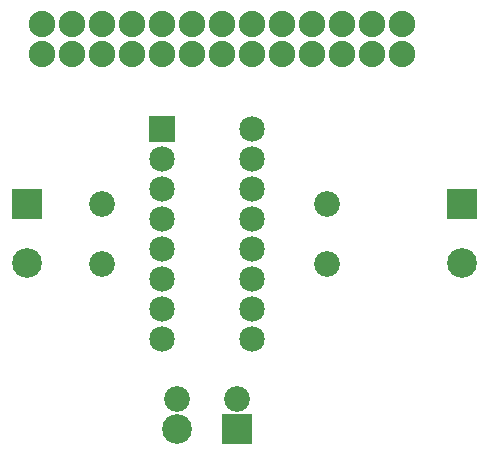
<source format=gts>
G04 MADE WITH FRITZING*
G04 WWW.FRITZING.ORG*
G04 DOUBLE SIDED*
G04 HOLES PLATED*
G04 CONTOUR ON CENTER OF CONTOUR VECTOR*
%ASAXBY*%
%FSLAX23Y23*%
%MOIN*%
%OFA0B0*%
%SFA1.0B1.0*%
%ADD10C,0.085000*%
%ADD11C,0.088000*%
%ADD12C,0.085433*%
%ADD13C,0.099213*%
%ADD14R,0.085000X0.085000*%
%ADD15R,0.099213X0.099213*%
%LNMASK1*%
G90*
G70*
G54D10*
X717Y1220D03*
X1017Y1220D03*
X717Y1120D03*
X1017Y1120D03*
X717Y1020D03*
X1017Y1020D03*
X717Y920D03*
X1017Y920D03*
X717Y820D03*
X1017Y820D03*
X717Y720D03*
X1017Y720D03*
X717Y620D03*
X1017Y620D03*
X717Y520D03*
X1017Y520D03*
G54D11*
X317Y1470D03*
X417Y1470D03*
X517Y1470D03*
X617Y1470D03*
X717Y1470D03*
X817Y1470D03*
X917Y1470D03*
X1017Y1470D03*
X1117Y1470D03*
X1217Y1470D03*
X1317Y1470D03*
X1417Y1470D03*
X1517Y1470D03*
X317Y1470D03*
X417Y1470D03*
X517Y1470D03*
X617Y1470D03*
X717Y1470D03*
X817Y1470D03*
X917Y1470D03*
X1017Y1470D03*
X1117Y1470D03*
X1217Y1470D03*
X1317Y1470D03*
X1417Y1470D03*
X1517Y1470D03*
X1517Y1570D03*
X1417Y1570D03*
X1317Y1570D03*
X1217Y1570D03*
X1117Y1570D03*
X1017Y1570D03*
X917Y1570D03*
X817Y1570D03*
X717Y1570D03*
X617Y1570D03*
X517Y1570D03*
X417Y1570D03*
X317Y1570D03*
G54D12*
X1267Y970D03*
X1267Y770D03*
X517Y970D03*
X517Y770D03*
X767Y320D03*
X967Y320D03*
G54D13*
X267Y970D03*
X267Y774D03*
X267Y970D03*
X267Y774D03*
X967Y220D03*
X770Y220D03*
X967Y220D03*
X770Y220D03*
X1717Y970D03*
X1717Y774D03*
X1717Y970D03*
X1717Y774D03*
G54D14*
X717Y1220D03*
G54D15*
X267Y970D03*
X267Y970D03*
X967Y220D03*
X967Y220D03*
X1717Y970D03*
X1717Y970D03*
G04 End of Mask1*
M02*
</source>
